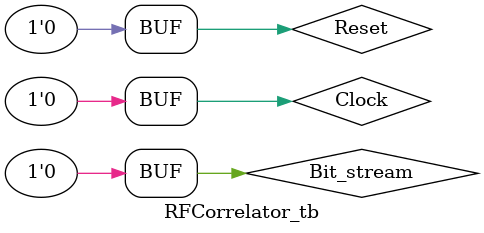
<source format=v>

module RFCorrelator_tb;

reg Bit_stream, Clock, Reset;

wire [3:0] out_str;

  RFCorrelator u (Bit_stream,Clock,Reset,out_str);

  initial begin

    Clock = 0;
    Reset = 1;


$monitor("%d Bit_stream=%b,  Clock=%b,  Reset=%b,  out_str=%b",$time, Bit_stream, Clock, Reset, out_str);


    #5;
   	Bit_stream = 1;
    	Reset=0;

    #10;
   	Bit_stream = 0;
	#5 Reset=1;

    #10;
    	Reset=0;
    	Bit_stream = 1;

    #10;
    	Bit_stream = 1;

    #10;
    	Bit_stream = 0;

   #10;
   	Bit_stream = 1;

   #10;
  	Bit_stream = 0;

   #10;
  	Bit_stream = 1;

    #10;
  	Bit_stream = 1;
    
    #10;
    	Bit_stream = 0;
    
    #10;
	 Bit_stream = 0;

    /*#10;
    	Bit_stream = 1;

    #10;
    	Bit_stream = 0;

   #10;
   	Bit_stream = 1;

   #10;
  	Bit_stream = 0;

   #10;
  	Bit_stream = 1;

    #10;
  	Bit_stream = 1;
    
    #10;
    	Bit_stream = 0;
    
    #10;
	 Bit_stream = 1;*/
    
  end
  initial repeat (200) #5 Clock = ~Clock;

endmodule


</source>
